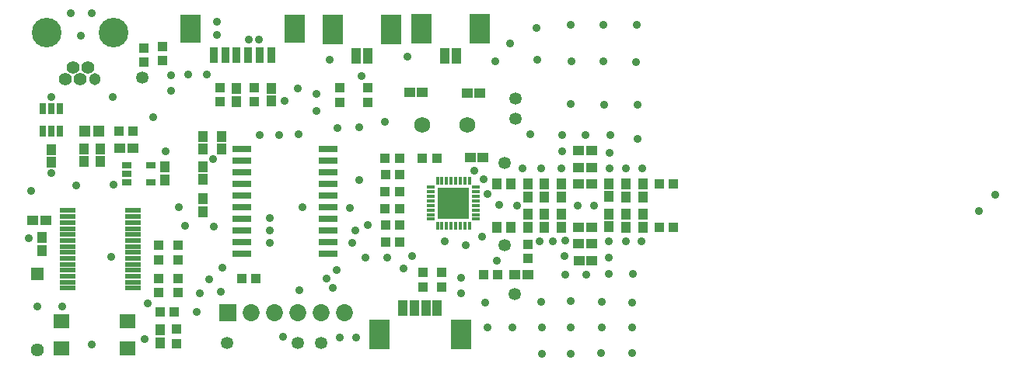
<source format=gbr>
%TF.GenerationSoftware,Altium Limited,Altium Designer,23.9.2 (47)*%
G04 Layer_Color=8388736*
%FSLAX45Y45*%
%MOMM*%
%TF.SameCoordinates,CBF7E160-FA54-4A09-933F-9C1B5268631E*%
%TF.FilePolarity,Negative*%
%TF.FileFunction,Soldermask,Top*%
%TF.Part,Single*%
G01*
G75*
%TA.AperFunction,SMDPad,CuDef*%
%ADD56R,1.70000X1.50000*%
%ADD57R,0.70000X1.30000*%
%ADD58R,1.10000X0.76000*%
%ADD59R,1.70000X0.60000*%
%ADD60R,2.05000X0.70000*%
%ADD61R,1.10000X1.10000*%
%ADD62R,0.40000X0.95000*%
%ADD63R,0.95000X0.40000*%
%ADD64R,3.35000X3.35000*%
%ADD65C,1.35000*%
%TA.AperFunction,ConnectorPad*%
%ADD66R,0.95240X1.75240*%
%ADD67R,2.25240X3.15240*%
%TA.AperFunction,SMDPad,CuDef*%
%ADD68R,1.00320X1.80320*%
%ADD69R,2.30320X3.20320*%
%ADD70R,1.00320X1.80320*%
%ADD71R,2.30320X3.20320*%
%ADD72R,1.00320X1.00320*%
%ADD73R,1.12320X1.18320*%
%ADD74R,1.22320X1.18320*%
%ADD75R,1.05000X1.20000*%
%ADD76R,1.20000X1.05000*%
%ADD77R,1.10000X1.10000*%
%TA.AperFunction,ComponentPad*%
%ADD78C,1.30320*%
%ADD79C,1.40320*%
%ADD80C,3.23320*%
%ADD81C,1.72720*%
%ADD82C,1.85320*%
%ADD83R,1.85320X1.85320*%
%ADD84R,1.44120X1.44120*%
%ADD85C,1.44120*%
%TA.AperFunction,ViaPad*%
%ADD86C,0.90320*%
D56*
X6710000Y5519000D02*
D03*
Y5819000D02*
D03*
X7430000Y5519000D02*
D03*
Y5819000D02*
D03*
D57*
X6692575Y7889000D02*
D03*
X6597575D02*
D03*
X6502575D02*
D03*
Y8139000D02*
D03*
X6597575D02*
D03*
X6692575D02*
D03*
D58*
X7416000Y7522000D02*
D03*
Y7427000D02*
D03*
Y7332000D02*
D03*
X7676000Y7522000D02*
D03*
Y7332000D02*
D03*
D59*
X7487000Y6177500D02*
D03*
Y6242500D02*
D03*
Y6307500D02*
D03*
Y6372500D02*
D03*
Y6437500D02*
D03*
Y6502500D02*
D03*
Y6567500D02*
D03*
Y6632500D02*
D03*
Y6697500D02*
D03*
Y6762500D02*
D03*
Y6827500D02*
D03*
Y6892500D02*
D03*
Y6957500D02*
D03*
Y7022500D02*
D03*
X6777000Y6177500D02*
D03*
Y6242500D02*
D03*
Y6307500D02*
D03*
Y6372500D02*
D03*
Y6437500D02*
D03*
Y6502500D02*
D03*
Y6567500D02*
D03*
Y6632500D02*
D03*
Y6697500D02*
D03*
Y6762500D02*
D03*
Y6827500D02*
D03*
Y6892500D02*
D03*
Y6957500D02*
D03*
Y7022500D02*
D03*
D60*
X8671000Y7691500D02*
D03*
Y7564500D02*
D03*
Y7437500D02*
D03*
Y7310500D02*
D03*
Y7183500D02*
D03*
Y7056500D02*
D03*
Y6929500D02*
D03*
Y6802500D02*
D03*
Y6675500D02*
D03*
Y6548500D02*
D03*
X9611000Y7691500D02*
D03*
Y7564500D02*
D03*
Y7437500D02*
D03*
Y7310500D02*
D03*
Y7183500D02*
D03*
Y7056500D02*
D03*
Y6929500D02*
D03*
Y6802500D02*
D03*
Y6675500D02*
D03*
Y6548500D02*
D03*
D61*
X7333500Y7889000D02*
D03*
X7488500D02*
D03*
X8825500Y6280000D02*
D03*
X8670500D02*
D03*
X10637500Y7597000D02*
D03*
X10792500D02*
D03*
X11459500Y6320000D02*
D03*
X11304500D02*
D03*
X13218500Y6843000D02*
D03*
X13373500D02*
D03*
X13372501Y7314000D02*
D03*
X13217500D02*
D03*
X7779500Y5913425D02*
D03*
X7934500D02*
D03*
X10232500Y7596000D02*
D03*
X10387500D02*
D03*
X10232500Y7229000D02*
D03*
X10387500D02*
D03*
X10232500Y7046000D02*
D03*
X10387500D02*
D03*
X10233500Y6863000D02*
D03*
X10388500D02*
D03*
X10233500Y7414000D02*
D03*
X10388500D02*
D03*
X10388500Y6680000D02*
D03*
X10233500D02*
D03*
D62*
X10800000Y6860000D02*
D03*
X10850000D02*
D03*
X10900000D02*
D03*
X10950000D02*
D03*
X11000000D02*
D03*
X11050000D02*
D03*
X11100000D02*
D03*
X11150000D02*
D03*
Y7350000D02*
D03*
X11100000D02*
D03*
X11050000D02*
D03*
X11000000D02*
D03*
X10950000D02*
D03*
X10900000D02*
D03*
X10850000D02*
D03*
X10800000D02*
D03*
D63*
X11220000Y6930000D02*
D03*
Y6980000D02*
D03*
Y7030000D02*
D03*
Y7080000D02*
D03*
Y7130000D02*
D03*
Y7180000D02*
D03*
Y7230000D02*
D03*
Y7280000D02*
D03*
X10730000D02*
D03*
Y7230000D02*
D03*
Y7180000D02*
D03*
Y7130000D02*
D03*
Y7080000D02*
D03*
Y7030000D02*
D03*
Y6980000D02*
D03*
Y6930000D02*
D03*
D64*
X10975000Y7105000D02*
D03*
D65*
X7589000Y8474000D02*
D03*
X11532000Y7543000D02*
D03*
X9530000Y5577000D02*
D03*
X9276000Y5580000D02*
D03*
X8513000D02*
D03*
X11650000Y8025000D02*
D03*
Y8246000D02*
D03*
X11646000Y6109000D02*
D03*
X11533000Y6649000D02*
D03*
D66*
X8990000Y8719000D02*
D03*
X8865000D02*
D03*
X8740000D02*
D03*
X8615000D02*
D03*
X8490000D02*
D03*
X8365000D02*
D03*
D67*
X8110000Y9009000D02*
D03*
X9245000D02*
D03*
D68*
X10549500Y5958000D02*
D03*
X10424500D02*
D03*
X10674500D02*
D03*
X10799500D02*
D03*
D69*
X10169500Y5668000D02*
D03*
X11054500D02*
D03*
D70*
X10878500Y8714000D02*
D03*
X11003500D02*
D03*
X9915500Y8712000D02*
D03*
X10040500D02*
D03*
D71*
X10623500Y9004000D02*
D03*
X11258500D02*
D03*
X9660500Y9002000D02*
D03*
X10295500D02*
D03*
D72*
X7600000Y8793000D02*
D03*
Y8643000D02*
D03*
X7977826Y6281000D02*
D03*
Y6131000D02*
D03*
X7767000Y6280000D02*
D03*
Y6130000D02*
D03*
D73*
X11445000Y7312000D02*
D03*
X11603000D02*
D03*
X11445000Y6840000D02*
D03*
X11603000D02*
D03*
D74*
X7108575Y7890000D02*
D03*
X6960575D02*
D03*
D75*
X13036000Y7314000D02*
D03*
Y7174000D02*
D03*
X6950575Y7558000D02*
D03*
Y7698000D02*
D03*
X7131575Y7558000D02*
D03*
Y7698000D02*
D03*
X7835000Y7500000D02*
D03*
Y7360000D02*
D03*
X8248000Y7834000D02*
D03*
Y7694000D02*
D03*
X8448000Y7834000D02*
D03*
Y7694000D02*
D03*
X11784000Y6980575D02*
D03*
Y6840575D02*
D03*
X11783000Y7311000D02*
D03*
Y7171000D02*
D03*
X12668000Y6985000D02*
D03*
Y6845000D02*
D03*
X12667000Y7315426D02*
D03*
Y7175426D02*
D03*
X7779000Y5722000D02*
D03*
Y5582000D02*
D03*
X8248000Y7503574D02*
D03*
Y7363574D02*
D03*
X8245000Y7150000D02*
D03*
Y7010000D02*
D03*
X8615000Y8355000D02*
D03*
Y8215000D02*
D03*
X8991000Y8359224D02*
D03*
Y8219224D02*
D03*
X6598000Y7551000D02*
D03*
Y7691000D02*
D03*
X6491000Y6587000D02*
D03*
Y6727000D02*
D03*
X11967000Y6980575D02*
D03*
Y6840575D02*
D03*
X12151000Y6981575D02*
D03*
Y6841575D02*
D03*
X12852000Y6984000D02*
D03*
Y6844000D02*
D03*
X13036000Y6983000D02*
D03*
Y6843000D02*
D03*
X11967000Y7311000D02*
D03*
Y7171000D02*
D03*
X12151000Y7312000D02*
D03*
Y7172000D02*
D03*
X12852000Y7314426D02*
D03*
Y7174426D02*
D03*
D76*
X7343000Y7706000D02*
D03*
X7483000D02*
D03*
X6533000Y6912425D02*
D03*
X6393000D02*
D03*
X11265000Y8307000D02*
D03*
X11125000D02*
D03*
X10498000Y8310000D02*
D03*
X10638000D02*
D03*
X11786000Y6320075D02*
D03*
X11646000D02*
D03*
X11296000Y7602000D02*
D03*
X11156000D02*
D03*
X12340000Y6843000D02*
D03*
X12480000D02*
D03*
X12339000Y7313000D02*
D03*
X12479000D02*
D03*
X12340000Y6660000D02*
D03*
X12480000D02*
D03*
X12341000Y6477000D02*
D03*
X12481000D02*
D03*
X12339000Y7496000D02*
D03*
X12479000D02*
D03*
X12340000Y7679000D02*
D03*
X12480000D02*
D03*
D77*
X7978000Y6643500D02*
D03*
Y6488500D02*
D03*
X7765000Y6642500D02*
D03*
Y6487500D02*
D03*
X10639000Y6347500D02*
D03*
Y6192500D02*
D03*
X10844000Y6346500D02*
D03*
Y6191500D02*
D03*
X9741000Y8206500D02*
D03*
Y8361500D02*
D03*
X10041000Y8207500D02*
D03*
Y8362500D02*
D03*
X11784000Y6501000D02*
D03*
Y6656000D02*
D03*
X7959425Y5574500D02*
D03*
Y5729500D02*
D03*
X8430149Y8366500D02*
D03*
Y8211500D02*
D03*
X8807000Y8363500D02*
D03*
Y8208500D02*
D03*
X7804000Y8660500D02*
D03*
Y8815500D02*
D03*
D78*
X7070000Y8460500D02*
D03*
D79*
X6989999Y8580500D02*
D03*
X6910000Y8460500D02*
D03*
X6830000Y8580500D02*
D03*
X6749999Y8460500D02*
D03*
D80*
X7275000Y8965500D02*
D03*
X6545000D02*
D03*
D81*
X10637000Y7954000D02*
D03*
X11125000D02*
D03*
D82*
X9786000Y5906000D02*
D03*
X9532000D02*
D03*
X9278000D02*
D03*
X9024000D02*
D03*
X8770000D02*
D03*
D83*
X8516000D02*
D03*
D84*
X6442000Y6334600D02*
D03*
D85*
Y5505400D02*
D03*
D86*
X11664000Y7078000D02*
D03*
X6596000Y7431000D02*
D03*
X7708000Y8039000D02*
D03*
X7270000Y7302000D02*
D03*
X7837000Y7669000D02*
D03*
X7248000Y6515000D02*
D03*
X6871000Y7301000D02*
D03*
X7263000Y8264000D02*
D03*
X7644000Y6011000D02*
D03*
X6916000Y8928000D02*
D03*
X7033000Y9177000D02*
D03*
X6808000Y9180000D02*
D03*
X12509500Y7078500D02*
D03*
X12329500Y7077000D02*
D03*
X6597575Y8265426D02*
D03*
X8353000Y7587000D02*
D03*
X8399000Y8940000D02*
D03*
X8860000Y8890000D02*
D03*
X8747000D02*
D03*
X10870000Y7214000D02*
D03*
X11085000D02*
D03*
X11032000Y7103000D02*
D03*
X10913000D02*
D03*
X11088000Y7003000D02*
D03*
X10974000Y7000000D02*
D03*
X10861000Y7001000D02*
D03*
X7982000Y7063000D02*
D03*
X10475000Y8705000D02*
D03*
X9626000Y8669000D02*
D03*
X8400000Y9083000D02*
D03*
X8286000Y8509000D02*
D03*
X8085000Y8506000D02*
D03*
X11323000Y6022000D02*
D03*
X11616000Y5751000D02*
D03*
X11912000Y6689000D02*
D03*
X12057000Y6692000D02*
D03*
X12196000Y6695000D02*
D03*
X12186000Y6527000D02*
D03*
X12419000Y6320000D02*
D03*
X12669000Y6334000D02*
D03*
Y6509000D02*
D03*
X12667000Y6690000D02*
D03*
X12853999Y6689000D02*
D03*
X13020000Y6690000D02*
D03*
X13027000Y7484000D02*
D03*
X12853999Y7485000D02*
D03*
X12677000Y7482000D02*
D03*
Y7652000D02*
D03*
X12680000Y7844000D02*
D03*
X12410000Y7845000D02*
D03*
X12156000Y7844000D02*
D03*
Y7669000D02*
D03*
X12148000Y7480000D02*
D03*
X11928000D02*
D03*
X11731000Y7485000D02*
D03*
X11198000Y7459000D02*
D03*
X16695000Y7016000D02*
D03*
X16875000Y7196000D02*
D03*
X10253000Y6511000D02*
D03*
X12917000Y5468000D02*
D03*
X12248000Y5460000D02*
D03*
X11940000Y5457000D02*
D03*
X12917000Y5745000D02*
D03*
X12921001Y6019000D02*
D03*
X12925000Y6334000D02*
D03*
X12975000Y9054000D02*
D03*
X12967000Y8647000D02*
D03*
X12978999Y8179000D02*
D03*
Y7805000D02*
D03*
X12584000Y5468000D02*
D03*
X12590000Y5745000D02*
D03*
X12594000Y6030000D02*
D03*
X12609000Y9047000D02*
D03*
X12605000Y8651000D02*
D03*
X12613000Y8176000D02*
D03*
X12190000Y6324000D02*
D03*
X12255000Y6034000D02*
D03*
X11932000Y6030000D02*
D03*
X12252000Y5749000D02*
D03*
X11940000D02*
D03*
X12256000Y8184000D02*
D03*
X12260000Y8655000D02*
D03*
X12256000Y9052000D02*
D03*
X11890000Y8672000D02*
D03*
X11883000Y9016000D02*
D03*
X11284000Y6740000D02*
D03*
X11113000Y6649000D02*
D03*
X10978000Y7212000D02*
D03*
X8862000Y7851000D02*
D03*
X9074000Y7850000D02*
D03*
X9289000Y7857000D02*
D03*
X9484000Y8108000D02*
D03*
Y8297000D02*
D03*
X11594000Y8851000D02*
D03*
X11812000Y7853000D02*
D03*
X11350000Y5746000D02*
D03*
X11058000Y6121000D02*
D03*
X11055000Y6292000D02*
D03*
X10527000Y6525000D02*
D03*
X10430000Y6388000D02*
D03*
X9919000Y5639000D02*
D03*
X9738000D02*
D03*
X9123000Y5649000D02*
D03*
X9300000Y6154000D02*
D03*
X8459000Y6404000D02*
D03*
X8438000Y6137000D02*
D03*
X8315000Y6277000D02*
D03*
X8211000Y6117000D02*
D03*
X7616000Y5620000D02*
D03*
X7034000Y5563000D02*
D03*
X6713000Y5978000D02*
D03*
X6445000Y5980000D02*
D03*
X6380000Y7236000D02*
D03*
X7897000Y8503000D02*
D03*
X9280000Y8353000D02*
D03*
X9132000Y8218000D02*
D03*
X9710000Y7926000D02*
D03*
X11472600Y7082000D02*
D03*
X11450000Y6479000D02*
D03*
X11343000Y7205400D02*
D03*
X10878000Y6684000D02*
D03*
X6348000Y6723000D02*
D03*
X8182000Y5914000D02*
D03*
X8365000Y6847000D02*
D03*
X9978000Y8494000D02*
D03*
X11433000Y8653000D02*
D03*
X7903000Y8329000D02*
D03*
X9333000Y7060000D02*
D03*
X10014000Y6507000D02*
D03*
X9594000Y6283000D02*
D03*
X11300000Y7364000D02*
D03*
X8973000Y6670000D02*
D03*
X8975000Y6804000D02*
D03*
Y6941000D02*
D03*
X9665000Y6181000D02*
D03*
X9706000Y6377000D02*
D03*
X10229000Y7988000D02*
D03*
X9948000Y7933000D02*
D03*
X10040000Y6866000D02*
D03*
X9876000Y6675000D02*
D03*
X9909000Y6803000D02*
D03*
X9952000Y7357000D02*
D03*
X9847000Y7053000D02*
D03*
X8054000Y6857000D02*
D03*
%TF.MD5,464884c0da361c0c09dc843f26fa3d03*%
M02*

</source>
